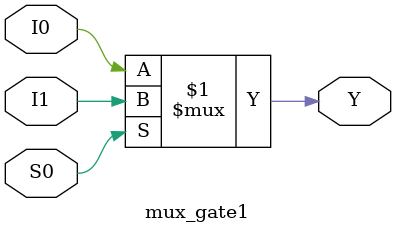
<source format=v>
module mux_gate1(S0,I0,I1,Y);
input S0,I0,I1;
output Y;
assign Y=S0 ? I1:I0;
endmodule


</source>
